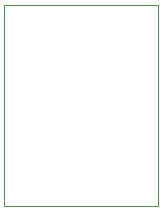
<source format=gbr>
%TF.GenerationSoftware,KiCad,Pcbnew,9.0.5*%
%TF.CreationDate,2025-10-18T18:29:23+02:00*%
%TF.ProjectId,Offset_adj,4f666673-6574-45f6-9164-6a2e6b696361,rev?*%
%TF.SameCoordinates,Original*%
%TF.FileFunction,Profile,NP*%
%FSLAX46Y46*%
G04 Gerber Fmt 4.6, Leading zero omitted, Abs format (unit mm)*
G04 Created by KiCad (PCBNEW 9.0.5) date 2025-10-18 18:29:23*
%MOMM*%
%LPD*%
G01*
G04 APERTURE LIST*
%TA.AperFunction,Profile*%
%ADD10C,0.050000*%
%TD*%
G04 APERTURE END LIST*
D10*
X121200000Y-93700000D02*
X134200000Y-93700000D01*
X134200000Y-110700000D01*
X121200000Y-110700000D01*
X121200000Y-93700000D01*
M02*

</source>
